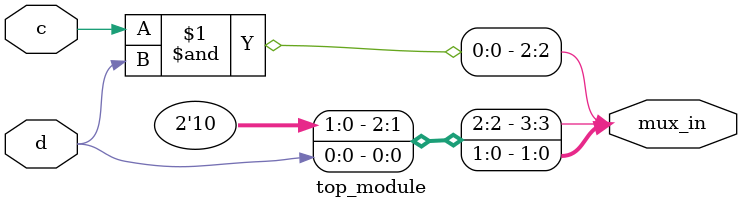
<source format=sv>
module top_module (
	input c,
	input d,
	output [3:0] mux_in
);

    assign mux_in[0] = d;
    assign mux_in[1] = 0;
    assign mux_in[2] = c & d;
    assign mux_in[3] = 1;

endmodule

</source>
